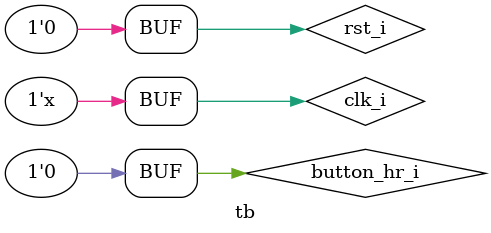
<source format=v>
`timescale 1ns / 1ps

module tb;
    reg clk_i = 1'b0;
    reg rst_i = 1'b0;
    reg button_hr_i = 1'b0;
    wire sw_o;
    wire pclk;
    
    rtc uut (
        .clk_i(clk_i),
        .rst_i(rst_i),
        .button_hr_i(button_hr_i),
        .sw_o(sw_o),
        .pclk(pclk)    
    );
    
    always begin
        #5;
        clk_i <= ~clk_i;
    end
    
endmodule

</source>
